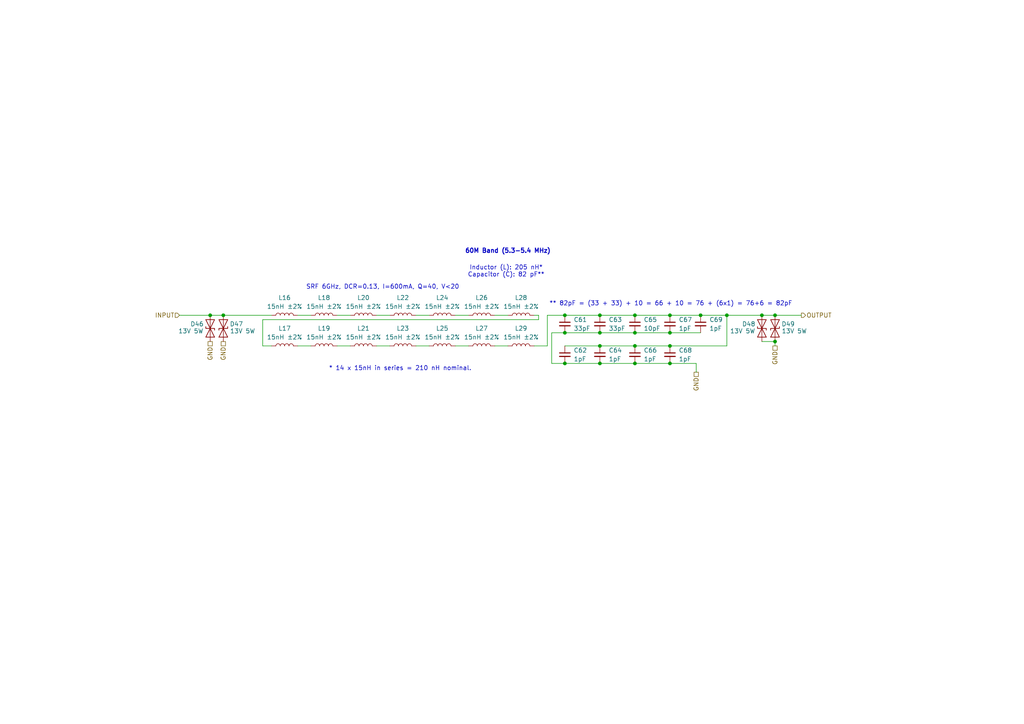
<source format=kicad_sch>
(kicad_sch (version 20231120) (generator "eeschema") (generator_version "8.0")
  (paper "A4")
  (lib_symbols
    (symbol "Device:C_Small" (pin_numbers hide) (pin_names (offset 0.254) hide)
      (property "Reference" "C" (at 0.254 1.778 0))
      (property "Value" "C_Small" (at 0.254 -2.032 0))
      (symbol "C_Small_0_1"
        (polyline (pts (xy -1.524 -0.508) (xy 1.524 -0.508)) (stroke (width 0.3302)))
        (polyline (pts (xy -1.524 0.508) (xy 1.524 0.508)) (stroke (width 0.3048)))
      )
      (symbol "C_Small_1_1"
        (pin passive line (at 0 2.54 270) (length 2.032) (name "~") (number "1"))
        (pin passive line (at 0 -2.54 90) (length 2.032) (name "~") (number "2"))
      )
    )
    (symbol "Device:L" (pin_numbers hide) (pin_names (offset 1.016) hide)
      (property "Reference" "L" (at -1.27 0 90))
      (property "Value" "L" (at 1.905 0 90))
      (symbol "L_0_1"
        (arc (start 0 -2.54) (mid 0.6323 -1.905) (end 0 -1.27))
        (arc (start 0 -1.27) (mid 0.6323 -0.635) (end 0 0))
        (arc (start 0 0) (mid 0.6323 0.635) (end 0 1.27))
        (arc (start 0 1.27) (mid 0.6323 1.905) (end 0 2.54))
      )
      (symbol "L_1_1"
        (pin passive line (at 0 3.81 270) (length 1.27) (name "1") (number "1"))
        (pin passive line (at 0 -3.81 90) (length 1.27) (name "2") (number "2"))
      )
    )
    (symbol "Diode:SD15_SOD323" (pin_numbers hide) (pin_names (offset 1.016) hide)
      (property "Reference" "D" (at 0 2.54 0))
      (property "Value" "SD15_SOD323" (at 0 -2.54 0))
      (symbol "SD15_SOD323_0_1"
        (polyline (pts (xy 1.27 0) (xy -1.27 0)))
        (polyline (pts (xy -2.54 -1.27) (xy 0 0) (xy -2.54 1.27) (xy -2.54 -1.27)) (stroke (width 0.2032)))
        (polyline (pts (xy 0.508 1.27) (xy 0 1.27) (xy 0 -1.27) (xy -0.508 -1.27)) (stroke (width 0.2032)))
        (polyline (pts (xy 2.54 1.27) (xy 2.54 -1.27) (xy 0 0) (xy 2.54 1.27)) (stroke (width 0.2032)))
      )
      (symbol "SD15_SOD323_1_1"
        (pin passive line (at -3.81 0 0) (length 2.54) (name "A1") (number "1"))
        (pin passive line (at 3.81 0 180) (length 2.54) (name "A2") (number "2"))
      )
    )
  )
  (junction (at 184.15 105.41))
  (junction (at 173.99 105.41))
  (junction (at 184.15 100.33))
  (junction (at 203.2 91.44))
  (junction (at 194.31 100.33))
  (junction (at 220.98 91.44))
  (junction (at 163.83 96.52))
  (junction (at 173.99 100.33))
  (junction (at 224.79 99.06))
  (junction (at 194.31 91.44))
  (junction (at 210.82 91.44))
  (junction (at 184.15 91.44))
  (junction (at 224.79 91.44))
  (junction (at 60.96 91.44))
  (junction (at 163.83 91.44))
  (junction (at 173.99 91.44))
  (junction (at 64.77 91.44))
  (junction (at 194.31 105.41))
  (junction (at 184.15 96.52))
  (junction (at 163.83 105.41))
  (junction (at 194.31 96.52))
  (junction (at 173.99 96.52))
  (wire (pts (xy 158.75 91.44) (xy 163.83 91.44)))
  (wire (pts (xy 109.22 91.44) (xy 113.03 91.44)))
  (wire (pts (xy 160.02 96.52) (xy 160.02 105.41)))
  (wire (pts (xy 97.79 100.33) (xy 101.6 100.33)))
  (wire (pts (xy 163.83 100.33) (xy 173.99 100.33)))
  (wire (pts (xy 163.83 96.52) (xy 173.99 96.52)))
  (wire (pts (xy 86.36 100.33) (xy 90.17 100.33)))
  (wire (pts (xy 52.07 91.44) (xy 60.96 91.44)))
  (wire (pts (xy 154.94 100.33) (xy 158.75 100.33)))
  (wire (pts (xy 194.31 96.52) (xy 203.2 96.52)))
  (wire (pts (xy 173.99 100.33) (xy 184.15 100.33)))
  (wire (pts (xy 64.77 91.44) (xy 78.74 91.44)))
  (wire (pts (xy 203.2 91.44) (xy 194.31 91.44)))
  (wire (pts (xy 194.31 100.33) (xy 210.82 100.33)))
  (wire (pts (xy 224.79 99.06) (xy 224.79 100.33)))
  (wire (pts (xy 194.31 91.44) (xy 184.15 91.44)))
  (wire (pts (xy 160.02 96.52) (xy 163.83 96.52)))
  (wire (pts (xy 173.99 105.41) (xy 184.15 105.41)))
  (wire (pts (xy 220.98 91.44) (xy 224.79 91.44)))
  (wire (pts (xy 60.96 91.44) (xy 64.77 91.44)))
  (wire (pts (xy 97.79 91.44) (xy 101.6 91.44)))
  (wire (pts (xy 132.08 91.44) (xy 135.89 91.44)))
  (wire (pts (xy 210.82 100.33) (xy 210.82 91.44)))
  (wire (pts (xy 109.22 100.33) (xy 113.03 100.33)))
  (wire (pts (xy 143.51 91.44) (xy 147.32 91.44)))
  (wire (pts (xy 184.15 105.41) (xy 194.31 105.41)))
  (wire (pts (xy 173.99 91.44) (xy 184.15 91.44)))
  (wire (pts (xy 173.99 96.52) (xy 184.15 96.52)))
  (wire (pts (xy 120.65 91.44) (xy 124.46 91.44)))
  (wire (pts (xy 201.93 105.41) (xy 201.93 107.95)))
  (wire (pts (xy 78.74 100.33) (xy 76.2 100.33)))
  (wire (pts (xy 86.36 91.44) (xy 90.17 91.44)))
  (wire (pts (xy 220.98 99.06) (xy 224.79 99.06)))
  (wire (pts (xy 132.08 100.33) (xy 135.89 100.33)))
  (wire (pts (xy 76.2 100.33) (xy 76.2 92.71)))
  (wire (pts (xy 184.15 96.52) (xy 194.31 96.52)))
  (wire (pts (xy 194.31 105.41) (xy 201.93 105.41)))
  (wire (pts (xy 160.02 105.41) (xy 163.83 105.41)))
  (wire (pts (xy 163.83 91.44) (xy 173.99 91.44)))
  (wire (pts (xy 156.21 91.44) (xy 154.94 91.44)))
  (wire (pts (xy 210.82 91.44) (xy 220.98 91.44)))
  (wire (pts (xy 120.65 100.33) (xy 124.46 100.33)))
  (wire (pts (xy 158.75 91.44) (xy 158.75 100.33)))
  (wire (pts (xy 156.21 92.71) (xy 156.21 91.44)))
  (wire (pts (xy 224.79 91.44) (xy 232.41 91.44)))
  (wire (pts (xy 184.15 100.33) (xy 194.31 100.33)))
  (wire (pts (xy 210.82 91.44) (xy 203.2 91.44)))
  (wire (pts (xy 163.83 105.41) (xy 173.99 105.41)))
  (wire (pts (xy 143.51 100.33) (xy 147.32 100.33)))
  (wire (pts (xy 76.2 92.71) (xy 156.21 92.71)))
  (text "SRF 6GHz, DCR=0.13, I=600mA, Q=40, V<20" (at 110.998 83.312 0) (effects (font (size 1.27 1.27))))
  (text "60M Band (5.3-5.4 MHz)" (at 147.32 72.898 0) (effects (font (size 1.27 1.27) (thickness 0.254) (bold yes))))
  (text "* 14 x 15nH in series = 210 nH nominal." (at 116.078 106.934 0) (effects (font (size 1.27 1.27))))
  (text "** 82pF = (33 + 33) + 10 = 66 + 10 = 76 + (6x1) = 76+6 = 82pF" (at 194.564 88.138 0) (effects (font (size 1.27 1.27))))
  (text "Inductor (L): 205 nH*\nCapacitor (C): 82 pF**" (at 146.812 78.74 0) (effects (font (size 1.27 1.27))))
  (hierarchical_label "OUTPUT" (shape output) (at 232.41 91.44 0))
  (hierarchical_label "GND" (shape passive) (at 64.77 99.06 270))
  (hierarchical_label "GND" (shape passive) (at 201.93 107.95 270))
  (hierarchical_label "GND" (shape passive) (at 60.96 99.06 270))
  (hierarchical_label "INPUT" (shape input) (at 52.07 91.44 180))
  (hierarchical_label "GND" (shape passive) (at 224.79 100.33 270))
  (symbol (lib_id "Device:C_Small") (at 173.99 93.98 0) (unit 1)
    (property "Reference" "C63" (at 176.53 92.7162 0) (effects (justify left)))
    (property "Value" "33pF" (at 176.53 95.2562 0) (effects (justify left)))
    (property "Footprint" "Capacitor_SMD:C_1206_3216Metric" (effects (hide yes)))
    (property "Datasheet" "https://wmsc.lcsc.com/wmsc/upload/file/pdf/v2/lcsc/2304140030_Murata-Electronics-GRM31A5C2J330JW01D_C415521.pdf" (effects (hide yes)))
    (property "Description" "630V 33pF C0G ±5% 1206 Multilayer Ceramic Capacitors MLCC - SMD/SMT ROHS" (effects (hide yes)))
    (property "LCSC Part #" "C415521" (effects (hide yes)))
    (property "MPN" "GRM31A5C2J330JW01D" (effects (hide yes)))
    (property "Manufacturer" "Murata" (effects (hide yes)))
  )
  (symbol (lib_id "Device:C_Small") (at 173.99 102.87 0) (unit 1)
    (property "Reference" "C64" (at 176.53 101.6062 0) (effects (justify left)))
    (property "Value" "1pF" (at 176.53 104.1462 0) (effects (justify left)))
    (property "Footprint" "Capacitor_SMD:C_1206_3216Metric" (effects (hide yes)))
    (property "Datasheet" "https://wmsc.lcsc.com/wmsc/upload/file/pdf/v2/lcsc/2304140030_FH--Guangdong-Fenghua-Advanced-Tech-1206CG1R0C500NT_C1891.pdf" (effects (hide yes)))
    (property "Description" "Unpolarized capacitor, small symbol" (effects (hide yes)))
    (property "LCSC Part #" "C1891" (effects (hide yes)))
    (property "MPN" "1206CG1R0C500NT" (effects (hide yes)))
    (property "Manufacturer" "Fenghua" (effects (hide yes)))
  )
  (symbol (lib_id "Diode:SD15_SOD323") (at 60.96 95.25 90) (unit 1)
    (property "Reference" "D46" (at 57.15 93.98 90))
    (property "Value" "13V 5W" (at 55.372 96.012 90))
    (property "Footprint" "Diode_SMD:D_0603_1608Metric" (effects (hide yes)))
    (property "Datasheet" "https://wmsc.lcsc.com/wmsc/upload/file/pdf/v2/lcsc/1912111437_DOWO-SMB5350B_C284082.pdf" (effects (hide yes)))
    (property "Description" "Independent Type 5W 13V SMB(DO-214AA) Zener Diodes ROHS" (effects (hide yes)))
    (property "LCSC Part #" "C284082" (effects (hide yes)))
    (property "MPN" "SMB5350B" (effects (hide yes)))
    (property "Manufacturer" "DOWO" (effects (hide yes)))
  )
  (symbol (lib_id "Device:L") (at 116.84 91.44 90) (unit 1)
    (property "Reference" "L22" (at 116.84 86.36 90))
    (property "Value" "15nH ±2%" (at 116.84 88.9 90))
    (property "Footprint" "Inductor_SMD:L_0603_1608Metric" (effects (hide yes)))
    (property "Datasheet" "https://wmsc.lcsc.com/wmsc/upload/file/pdf/v2/lcsc/1810311111_Murata-Electronics-LQW18AN15NG00D_C86132.pdf" (effects (hide yes)))
    (property "Description" "600mA 15nH ±2% 0603 Power Inductors ROHS" (effects (hide yes)))
    (property "LCSC Part #" "C86132" (effects (hide yes)))
    (property "MPN" "LQW18AN15NG00D" (effects (hide yes)))
    (property "Manufacturer" "Murata" (effects (hide yes)))
  )
  (symbol (lib_id "Device:L") (at 128.27 100.33 90) (unit 1)
    (property "Reference" "L25" (at 128.27 95.25 90))
    (property "Value" "15nH ±2%" (at 128.27 97.79 90))
    (property "Footprint" "Inductor_SMD:L_0603_1608Metric" (effects (hide yes)))
    (property "Datasheet" "https://wmsc.lcsc.com/wmsc/upload/file/pdf/v2/lcsc/1810311111_Murata-Electronics-LQW18AN15NG00D_C86132.pdf" (effects (hide yes)))
    (property "Description" "600mA 15nH ±2% 0603 Power Inductors ROHS" (effects (hide yes)))
    (property "LCSC Part #" "C86132" (effects (hide yes)))
    (property "MPN" "LQW18AN15NG00D" (effects (hide yes)))
    (property "Manufacturer" "Murata" (effects (hide yes)))
  )
  (symbol (lib_id "Device:L") (at 139.7 91.44 90) (unit 1)
    (property "Reference" "L26" (at 139.7 86.36 90))
    (property "Value" "15nH ±2%" (at 139.7 88.9 90))
    (property "Footprint" "Inductor_SMD:L_0603_1608Metric" (effects (hide yes)))
    (property "Datasheet" "https://wmsc.lcsc.com/wmsc/upload/file/pdf/v2/lcsc/1810311111_Murata-Electronics-LQW18AN15NG00D_C86132.pdf" (effects (hide yes)))
    (property "Description" "600mA 15nH ±2% 0603 Power Inductors ROHS" (effects (hide yes)))
    (property "LCSC Part #" "C86132" (effects (hide yes)))
    (property "MPN" "LQW18AN15NG00D" (effects (hide yes)))
    (property "Manufacturer" "Murata" (effects (hide yes)))
  )
  (symbol (lib_id "Device:L") (at 128.27 91.44 90) (unit 1)
    (property "Reference" "L24" (at 128.27 86.36 90))
    (property "Value" "15nH ±2%" (at 128.27 88.9 90))
    (property "Footprint" "Inductor_SMD:L_0603_1608Metric" (effects (hide yes)))
    (property "Datasheet" "https://wmsc.lcsc.com/wmsc/upload/file/pdf/v2/lcsc/1810311111_Murata-Electronics-LQW18AN15NG00D_C86132.pdf" (effects (hide yes)))
    (property "Description" "600mA 15nH ±2% 0603 Power Inductors ROHS" (effects (hide yes)))
    (property "LCSC Part #" "C86132" (effects (hide yes)))
    (property "MPN" "LQW18AN15NG00D" (effects (hide yes)))
    (property "Manufacturer" "Murata" (effects (hide yes)))
  )
  (symbol (lib_id "Device:L") (at 151.13 91.44 90) (unit 1)
    (property "Reference" "L28" (at 151.13 86.36 90))
    (property "Value" "15nH ±2%" (at 151.13 88.9 90))
    (property "Footprint" "Inductor_SMD:L_0603_1608Metric" (effects (hide yes)))
    (property "Datasheet" "https://wmsc.lcsc.com/wmsc/upload/file/pdf/v2/lcsc/1810311111_Murata-Electronics-LQW18AN15NG00D_C86132.pdf" (effects (hide yes)))
    (property "Description" "600mA 15nH ±2% 0603 Power Inductors ROHS" (effects (hide yes)))
    (property "LCSC Part #" "C86132" (effects (hide yes)))
    (property "MPN" "LQW18AN15NG00D" (effects (hide yes)))
    (property "Manufacturer" "Murata" (effects (hide yes)))
  )
  (symbol (lib_id "Device:C_Small") (at 184.15 102.87 0) (unit 1)
    (property "Reference" "C66" (at 186.69 101.6062 0) (effects (justify left)))
    (property "Value" "1pF" (at 186.69 104.1462 0) (effects (justify left)))
    (property "Footprint" "Capacitor_SMD:C_1206_3216Metric" (effects (hide yes)))
    (property "Datasheet" "https://wmsc.lcsc.com/wmsc/upload/file/pdf/v2/lcsc/2304140030_FH--Guangdong-Fenghua-Advanced-Tech-1206CG1R0C500NT_C1891.pdf" (effects (hide yes)))
    (property "Description" "Unpolarized capacitor, small symbol" (effects (hide yes)))
    (property "LCSC Part #" "C1891" (effects (hide yes)))
    (property "MPN" "1206CG1R0C500NT" (effects (hide yes)))
    (property "Manufacturer" "Fenghua" (effects (hide yes)))
  )
  (symbol (lib_id "Diode:SD15_SOD323") (at 220.98 95.25 90) (unit 1)
    (property "Reference" "D48" (at 217.17 93.98 90))
    (property "Value" "13V 5W" (at 215.392 96.012 90))
    (property "Footprint" "Diode_SMD:D_0603_1608Metric" (effects (hide yes)))
    (property "Datasheet" "https://wmsc.lcsc.com/wmsc/upload/file/pdf/v2/lcsc/1912111437_DOWO-SMB5350B_C284082.pdf" (effects (hide yes)))
    (property "Description" "Independent Type 5W 13V SMB(DO-214AA) Zener Diodes ROHS" (effects (hide yes)))
    (property "LCSC Part #" "C284082" (effects (hide yes)))
    (property "MPN" "SMB5350B" (effects (hide yes)))
    (property "Manufacturer" "DOWO" (effects (hide yes)))
  )
  (symbol (lib_id "Device:C_Small") (at 184.15 93.98 0) (unit 1)
    (property "Reference" "C65" (at 186.69 92.7162 0) (effects (justify left)))
    (property "Value" "10pF" (at 186.69 95.2562 0) (effects (justify left)))
    (property "Footprint" "Capacitor_SMD:C_1206_3216Metric" (effects (hide yes)))
    (property "Datasheet" "https://wmsc.lcsc.com/wmsc/upload/file/pdf/v2/lcsc/2304140030_CCTC-TCC1206COG100J102DT_C377014.pdf" (effects (hide yes)))
    (property "Description" "1kV 10pF C0G ±5% 1206 Multilayer Ceramic Capacitors MLCC - SMD/SMT ROHS" (effects (hide yes)))
    (property "LCSC Part #" "C377014" (effects (hide yes)))
    (property "MPN" "TCC1206COG100J102DT" (effects (hide yes)))
    (property "Manufacturer" "CCTC" (effects (hide yes)))
  )
  (symbol (lib_id "Device:L") (at 105.41 91.44 90) (unit 1)
    (property "Reference" "L20" (at 105.41 86.36 90))
    (property "Value" "15nH ±2%" (at 105.41 88.9 90))
    (property "Footprint" "Inductor_SMD:L_0603_1608Metric" (effects (hide yes)))
    (property "Datasheet" "https://wmsc.lcsc.com/wmsc/upload/file/pdf/v2/lcsc/1810311111_Murata-Electronics-LQW18AN15NG00D_C86132.pdf" (effects (hide yes)))
    (property "Description" "600mA 15nH ±2% 0603 Power Inductors ROHS" (effects (hide yes)))
    (property "LCSC Part #" "C86132" (effects (hide yes)))
    (property "MPN" "LQW18AN15NG00D" (effects (hide yes)))
    (property "Manufacturer" "Murata" (effects (hide yes)))
  )
  (symbol (lib_id "Device:L") (at 82.55 91.44 90) (unit 1)
    (property "Reference" "L8" (at 82.55 86.36 90))
    (property "Value" "15nH ±2%" (at 82.55 88.9 90))
    (property "Footprint" "Inductor_SMD:L_0603_1608Metric" (effects (hide yes)))
    (property "Datasheet" "https://wmsc.lcsc.com/wmsc/upload/file/pdf/v2/lcsc/1810311111_Murata-Electronics-LQW18AN15NG00D_C86132.pdf" (effects (hide yes)))
    (property "Description" "600mA 15nH ±2% 0603 Power Inductors ROHS" (effects (hide yes)))
    (property "LCSC Part #" "C86132" (effects (hide yes)))
    (property "MPN" "LQW18AN15NG00D" (effects (hide yes)))
    (property "Manufacturer" "Murata" (effects (hide yes)))
    (instances (project "adxi" (path "" (reference "L16") (unit 1)) (path "" (reference "L8") (unit 1))))
  )
  (symbol (lib_id "Device:L") (at 105.41 100.33 90) (unit 1)
    (property "Reference" "L21" (at 105.41 95.25 90))
    (property "Value" "15nH ±2%" (at 105.41 97.79 90))
    (property "Footprint" "Inductor_SMD:L_0603_1608Metric" (effects (hide yes)))
    (property "Datasheet" "https://wmsc.lcsc.com/wmsc/upload/file/pdf/v2/lcsc/1810311111_Murata-Electronics-LQW18AN15NG00D_C86132.pdf" (effects (hide yes)))
    (property "Description" "600mA 15nH ±2% 0603 Power Inductors ROHS" (effects (hide yes)))
    (property "LCSC Part #" "C86132" (effects (hide yes)))
    (property "MPN" "LQW18AN15NG00D" (effects (hide yes)))
    (property "Manufacturer" "Murata" (effects (hide yes)))
  )
  (symbol (lib_id "Device:C_Small") (at 194.31 102.87 0) (unit 1)
    (property "Reference" "C68" (at 196.85 101.6062 0) (effects (justify left)))
    (property "Value" "1pF" (at 196.85 104.1462 0) (effects (justify left)))
    (property "Footprint" "Capacitor_SMD:C_1206_3216Metric" (effects (hide yes)))
    (property "Datasheet" "https://wmsc.lcsc.com/wmsc/upload/file/pdf/v2/lcsc/2304140030_FH--Guangdong-Fenghua-Advanced-Tech-1206CG1R0C500NT_C1891.pdf" (effects (hide yes)))
    (property "Description" "Unpolarized capacitor, small symbol" (effects (hide yes)))
    (property "LCSC Part #" "C1891" (effects (hide yes)))
    (property "MPN" "1206CG1R0C500NT" (effects (hide yes)))
    (property "Manufacturer" "Fenghua" (effects (hide yes)))
  )
  (symbol (lib_id "Device:C_Small") (at 203.2 93.98 0) (unit 1)
    (property "Reference" "C69" (at 205.74 92.7162 0) (effects (justify left)))
    (property "Value" "1pF" (at 205.74 95.2562 0) (effects (justify left)))
    (property "Footprint" "Capacitor_SMD:C_1206_3216Metric" (effects (hide yes)))
    (property "Datasheet" "https://wmsc.lcsc.com/wmsc/upload/file/pdf/v2/lcsc/2304140030_FH--Guangdong-Fenghua-Advanced-Tech-1206CG1R0C500NT_C1891.pdf" (effects (hide yes)))
    (property "Description" "Unpolarized capacitor, small symbol" (effects (hide yes)))
    (property "LCSC Part #" "C1891" (effects (hide yes)))
    (property "MPN" "1206CG1R0C500NT" (effects (hide yes)))
    (property "Manufacturer" "Fenghua" (effects (hide yes)))
  )
  (symbol (lib_id "Device:L") (at 139.7 100.33 90) (unit 1)
    (property "Reference" "L27" (at 139.7 95.25 90))
    (property "Value" "15nH ±2%" (at 139.7 97.79 90))
    (property "Footprint" "Inductor_SMD:L_0603_1608Metric" (effects (hide yes)))
    (property "Datasheet" "https://wmsc.lcsc.com/wmsc/upload/file/pdf/v2/lcsc/1810311111_Murata-Electronics-LQW18AN15NG00D_C86132.pdf" (effects (hide yes)))
    (property "Description" "600mA 15nH ±2% 0603 Power Inductors ROHS" (effects (hide yes)))
    (property "LCSC Part #" "C86132" (effects (hide yes)))
    (property "MPN" "LQW18AN15NG00D" (effects (hide yes)))
    (property "Manufacturer" "Murata" (effects (hide yes)))
  )
  (symbol (lib_id "Diode:SD15_SOD323") (at 224.79 95.25 270) (mirror x) (unit 1)
    (property "Reference" "D49" (at 228.6 93.98 90))
    (property "Value" "13V 5W" (at 230.378 96.012 90))
    (property "Footprint" "Diode_SMD:D_0603_1608Metric" (effects (hide yes)))
    (property "Datasheet" "https://wmsc.lcsc.com/wmsc/upload/file/pdf/v2/lcsc/1912111437_DOWO-SMB5350B_C284082.pdf" (effects (hide yes)))
    (property "Description" "Independent Type 5W 13V SMB(DO-214AA) Zener Diodes ROHS" (effects (hide yes)))
    (property "LCSC Part #" "C284082" (effects (hide yes)))
    (property "MPN" "SMB5350B" (effects (hide yes)))
    (property "Manufacturer" "DOWO" (effects (hide yes)))
  )
  (symbol (lib_id "Diode:SD15_SOD323") (at 64.77 95.25 270) (mirror x) (unit 1)
    (property "Reference" "D47" (at 68.58 93.98 90))
    (property "Value" "13V 5W" (at 70.358 96.012 90))
    (property "Footprint" "Diode_SMD:D_0603_1608Metric" (effects (hide yes)))
    (property "Datasheet" "https://wmsc.lcsc.com/wmsc/upload/file/pdf/v2/lcsc/1912111437_DOWO-SMB5350B_C284082.pdf" (effects (hide yes)))
    (property "Description" "Independent Type 5W 13V SMB(DO-214AA) Zener Diodes ROHS" (effects (hide yes)))
    (property "LCSC Part #" "C284082" (effects (hide yes)))
    (property "MPN" "SMB5350B" (effects (hide yes)))
    (property "Manufacturer" "DOWO" (effects (hide yes)))
  )
  (symbol (lib_id "Device:C_Small") (at 194.31 93.98 0) (unit 1)
    (property "Reference" "C67" (at 196.85 92.7162 0) (effects (justify left)))
    (property "Value" "1pF" (at 196.85 95.2562 0) (effects (justify left)))
    (property "Footprint" "Capacitor_SMD:C_1206_3216Metric" (effects (hide yes)))
    (property "Datasheet" "https://wmsc.lcsc.com/wmsc/upload/file/pdf/v2/lcsc/2304140030_FH--Guangdong-Fenghua-Advanced-Tech-1206CG1R0C500NT_C1891.pdf" (effects (hide yes)))
    (property "Description" "Unpolarized capacitor, small symbol" (effects (hide yes)))
    (property "LCSC Part #" "C1891" (effects (hide yes)))
    (property "MPN" "1206CG1R0C500NT" (effects (hide yes)))
    (property "Manufacturer" "Fenghua" (effects (hide yes)))
  )
  (symbol (lib_id "Device:C_Small") (at 163.83 102.87 0) (unit 1)
    (property "Reference" "C62" (at 166.37 101.6062 0) (effects (justify left)))
    (property "Value" "1pF" (at 166.37 104.1462 0) (effects (justify left)))
    (property "Footprint" "Capacitor_SMD:C_1206_3216Metric" (effects (hide yes)))
    (property "Datasheet" "https://wmsc.lcsc.com/wmsc/upload/file/pdf/v2/lcsc/2304140030_FH--Guangdong-Fenghua-Advanced-Tech-1206CG1R0C500NT_C1891.pdf" (effects (hide yes)))
    (property "Description" "Unpolarized capacitor, small symbol" (effects (hide yes)))
    (property "LCSC Part #" "C1891" (effects (hide yes)))
    (property "MPN" "1206CG1R0C500NT" (effects (hide yes)))
    (property "Manufacturer" "Fenghua" (effects (hide yes)))
  )
  (symbol (lib_id "Device:L") (at 116.84 100.33 90) (unit 1)
    (property "Reference" "L23" (at 116.84 95.25 90))
    (property "Value" "15nH ±2%" (at 116.84 97.79 90))
    (property "Footprint" "Inductor_SMD:L_0603_1608Metric" (effects (hide yes)))
    (property "Datasheet" "https://wmsc.lcsc.com/wmsc/upload/file/pdf/v2/lcsc/1810311111_Murata-Electronics-LQW18AN15NG00D_C86132.pdf" (effects (hide yes)))
    (property "Description" "600mA 15nH ±2% 0603 Power Inductors ROHS" (effects (hide yes)))
    (property "LCSC Part #" "C86132" (effects (hide yes)))
    (property "MPN" "LQW18AN15NG00D" (effects (hide yes)))
    (property "Manufacturer" "Murata" (effects (hide yes)))
  )
  (symbol (lib_id "Device:L") (at 82.55 100.33 90) (unit 1)
    (property "Reference" "L17" (at 82.55 95.25 90))
    (property "Value" "15nH ±2%" (at 82.55 97.79 90))
    (property "Footprint" "Inductor_SMD:L_0603_1608Metric" (effects (hide yes)))
    (property "Datasheet" "https://wmsc.lcsc.com/wmsc/upload/file/pdf/v2/lcsc/1810311111_Murata-Electronics-LQW18AN15NG00D_C86132.pdf" (effects (hide yes)))
    (property "Description" "600mA 15nH ±2% 0603 Power Inductors ROHS" (effects (hide yes)))
    (property "LCSC Part #" "C86132" (effects (hide yes)))
    (property "MPN" "LQW18AN15NG00D" (effects (hide yes)))
    (property "Manufacturer" "Murata" (effects (hide yes)))
  )
  (symbol (lib_id "Device:L") (at 93.98 100.33 90) (unit 1)
    (property "Reference" "L19" (at 93.98 95.25 90))
    (property "Value" "15nH ±2%" (at 93.98 97.79 90))
    (property "Footprint" "Inductor_SMD:L_0603_1608Metric" (effects (hide yes)))
    (property "Datasheet" "https://wmsc.lcsc.com/wmsc/upload/file/pdf/v2/lcsc/1810311111_Murata-Electronics-LQW18AN15NG00D_C86132.pdf" (effects (hide yes)))
    (property "Description" "600mA 15nH ±2% 0603 Power Inductors ROHS" (effects (hide yes)))
    (property "LCSC Part #" "C86132" (effects (hide yes)))
    (property "MPN" "LQW18AN15NG00D" (effects (hide yes)))
    (property "Manufacturer" "Murata" (effects (hide yes)))
  )
  (symbol (lib_id "Device:L") (at 151.13 100.33 90) (unit 1)
    (property "Reference" "L29" (at 151.13 95.25 90))
    (property "Value" "15nH ±2%" (at 151.13 97.79 90))
    (property "Footprint" "Inductor_SMD:L_0603_1608Metric" (effects (hide yes)))
    (property "Datasheet" "https://wmsc.lcsc.com/wmsc/upload/file/pdf/v2/lcsc/1810311111_Murata-Electronics-LQW18AN15NG00D_C86132.pdf" (effects (hide yes)))
    (property "Description" "600mA 15nH ±2% 0603 Power Inductors ROHS" (effects (hide yes)))
    (property "LCSC Part #" "C86132" (effects (hide yes)))
    (property "MPN" "LQW18AN15NG00D" (effects (hide yes)))
    (property "Manufacturer" "Murata" (effects (hide yes)))
  )
  (symbol (lib_id "Device:L") (at 93.98 91.44 90) (unit 1)
    (property "Reference" "L18" (at 93.98 86.36 90))
    (property "Value" "15nH ±2%" (at 93.98 88.9 90))
    (property "Footprint" "Inductor_SMD:L_0603_1608Metric" (effects (hide yes)))
    (property "Datasheet" "https://wmsc.lcsc.com/wmsc/upload/file/pdf/v2/lcsc/1810311111_Murata-Electronics-LQW18AN15NG00D_C86132.pdf" (effects (hide yes)))
    (property "Description" "600mA 15nH ±2% 0603 Power Inductors ROHS" (effects (hide yes)))
    (property "LCSC Part #" "C86132" (effects (hide yes)))
    (property "MPN" "LQW18AN15NG00D" (effects (hide yes)))
    (property "Manufacturer" "Murata" (effects (hide yes)))
  )
  (symbol (lib_id "Device:C_Small") (at 163.83 93.98 0) (unit 1)
    (property "Reference" "C61" (at 166.37 92.7162 0) (effects (justify left)))
    (property "Value" "33pF" (at 166.37 95.2562 0) (effects (justify left)))
    (property "Footprint" "Capacitor_SMD:C_1206_3216Metric" (effects (hide yes)))
    (property "Datasheet" "https://wmsc.lcsc.com/wmsc/upload/file/pdf/v2/lcsc/2304140030_Murata-Electronics-GRM31A5C2J330JW01D_C415521.pdf" (effects (hide yes)))
    (property "Description" "630V 33pF C0G ±5% 1206 Multilayer Ceramic Capacitors MLCC - SMD/SMT ROHS" (effects (hide yes)))
    (property "LCSC Part #" "C415521" (effects (hide yes)))
    (property "MPN" "GRM31A5C2J330JW01D" (effects (hide yes)))
    (property "Manufacturer" "Murata" (effects (hide yes)))
  )
)
</source>
